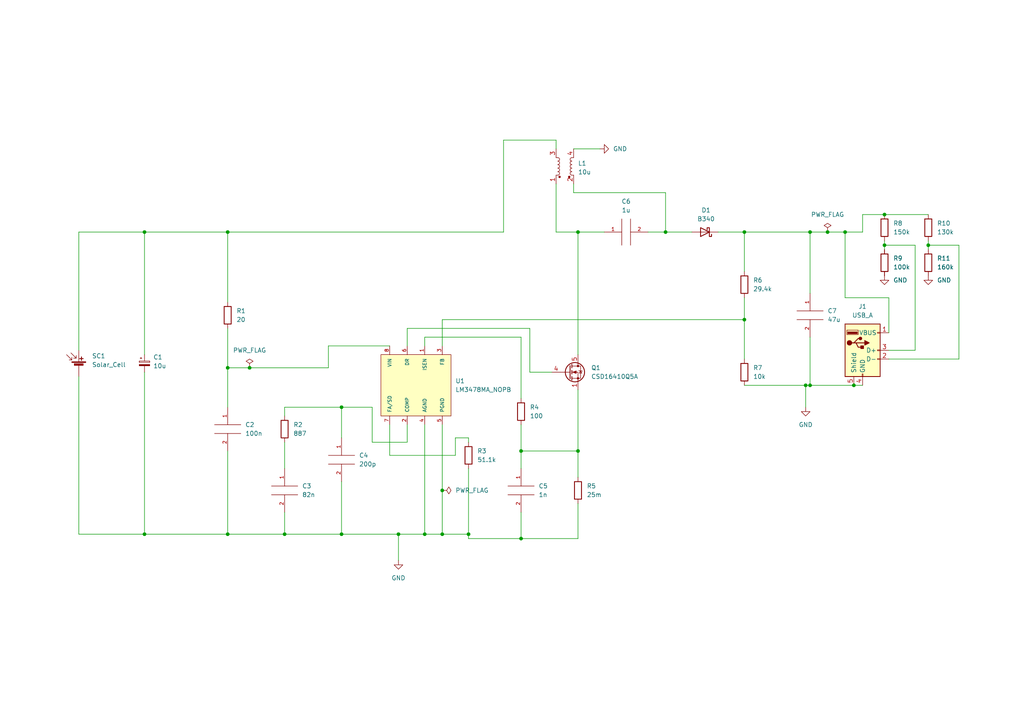
<source format=kicad_sch>
(kicad_sch (version 20211123) (generator eeschema)
  (paper "A4")
  (lib_symbols
    (symbol "Connector:USB_A" (pin_names (offset 1.016))
      (property "Reference" "J" (at -5.08 11.43 0))
      (property "Value" "USB_A" (at -5.08 8.89 0))
      (symbol "USB_A_0_1"
        (rectangle (start -5.08 -7.62) (end 5.08 7.62) (stroke (width 0.254)) (fill (type background)))
        (circle (center -3.81 2.159) (radius 0.635) (stroke (width 0.254)) (fill (type outline)))
        (rectangle (start -1.524 4.826) (end -4.318 5.334) (fill (type outline)))
        (rectangle (start -1.27 4.572) (end -4.572 5.842))
        (circle (center -0.635 3.429) (radius 0.381) (stroke (width 0.254)) (fill (type outline)))
        (rectangle (start -0.127 -7.62) (end 0.127 -6.858))
        (polyline (pts (xy -3.175 2.159) (xy -2.54 2.159) (xy -1.27 3.429) (xy -0.635 3.429)) (stroke (width 0.254)))
        (polyline (pts (xy -2.54 2.159) (xy -1.905 2.159) (xy -1.27 0.889) (xy 0 0.889)) (stroke (width 0.254)))
        (polyline (pts (xy 0.635 2.794) (xy 0.635 1.524) (xy 1.905 2.159) (xy 0.635 2.794)) (stroke (width 0.254)) (fill (type outline)))
        (rectangle (start 0.254 1.27) (end -0.508 0.508) (stroke (width 0.254)) (fill (type outline)))
        (rectangle (start 5.08 -2.667) (end 4.318 -2.413))
        (rectangle (start 5.08 -0.127) (end 4.318 0.127))
        (rectangle (start 5.08 4.953) (end 4.318 5.207))
      )
      (symbol "USB_A_1_1"
        (polyline (pts (xy -1.905 2.159) (xy 0.635 2.159)) (stroke (width 0.254)))
        (pin power_in line (at 7.62 5.08 180) (length 2.54) (name "VBUS") (number "1"))
        (pin bidirectional line (at 7.62 -2.54 180) (length 2.54) (name "D-") (number "2"))
        (pin bidirectional line (at 7.62 0 180) (length 2.54) (name "D+") (number "3"))
        (pin power_in line (at 0 -10.16 90) (length 2.54) (name "GND") (number "4"))
        (pin passive line (at -2.54 -10.16 90) (length 2.54) (name "Shield") (number "5"))
      )
    )
    (symbol "Device:C_Polarized_Small" (pin_numbers hide) (pin_names (offset 0.254) hide)
      (property "Reference" "C" (at 0.254 1.778 0))
      (property "Value" "C_Polarized_Small" (at 0.254 -2.032 0))
      (symbol "C_Polarized_Small_0_1"
        (rectangle (start -1.524 -0.3048) (end 1.524 -0.6858) (fill (type outline)))
        (rectangle (start -1.524 0.6858) (end 1.524 0.3048))
        (polyline (pts (xy -1.27 1.524) (xy -0.762 1.524)))
        (polyline (pts (xy -1.016 1.27) (xy -1.016 1.778)))
      )
      (symbol "C_Polarized_Small_1_1"
        (pin passive line (at 0 2.54 270) (length 1.8542) (name "~") (number "1"))
        (pin passive line (at 0 -2.54 90) (length 1.8542) (name "~") (number "2"))
      )
    )
    (symbol "Device:L_Coupled_1324" (pin_names (offset 0.254) hide)
      (property "Reference" "L" (at 0 4.445 0))
      (property "Value" "L_Coupled_1324" (at 0 -4.445 0))
      (symbol "L_Coupled_1324_0_1"
        (circle (center -3.048 -1.27) (radius 0.254) (fill (type outline)))
        (circle (center -3.048 1.524) (radius 0.254) (fill (type outline)))
        (arc (start -2.54 2.032) (mid -2.032 1.524) (end -1.524 2.032))
        (arc (start -1.524 -2.032) (mid -2.032 -1.524) (end -2.54 -2.032))
        (arc (start -1.524 2.032) (mid -1.016 1.524) (end -0.508 2.032))
        (arc (start -0.508 -2.032) (mid -1.016 -1.524) (end -1.524 -2.032))
        (arc (start -0.508 2.032) (mid 0 1.524) (end 0.508 2.032))
        (polyline (pts (xy -2.54 -2.032) (xy -2.54 -2.54)))
        (polyline (pts (xy -2.54 2.032) (xy -2.54 2.54)))
        (polyline (pts (xy 2.54 -2.032) (xy 2.54 -2.54)))
        (polyline (pts (xy 2.54 2.54) (xy 2.54 2.032)))
        (arc (start 0.508 -2.032) (mid 0 -1.524) (end -0.508 -2.032))
        (arc (start 0.508 2.032) (mid 1.016 1.524) (end 1.524 2.032))
        (arc (start 1.524 -2.032) (mid 1.016 -1.524) (end 0.508 -2.032))
        (arc (start 1.524 2.032) (mid 2.032 1.524) (end 2.54 2.032))
        (arc (start 2.54 -2.032) (mid 2.032 -1.524) (end 1.524 -2.032))
      )
      (symbol "L_Coupled_1324_1_1"
        (pin passive line (at -5.08 2.54 0) (length 2.54) (name "1") (number "1"))
        (pin passive line (at -5.08 -2.54 0) (length 2.54) (name "2") (number "2"))
        (pin passive line (at 5.08 2.54 180) (length 2.54) (name "3") (number "3"))
        (pin passive line (at 5.08 -2.54 180) (length 2.54) (name "4") (number "4"))
      )
    )
    (symbol "Device:R" (pin_numbers hide) (pin_names (offset 0))
      (property "Reference" "R" (at 2.032 0 90))
      (property "Value" "R" (at 0 0 90))
      (symbol "R_0_1"
        (rectangle (start -1.016 -2.54) (end 1.016 2.54) (stroke (width 0.254)))
      )
      (symbol "R_1_1"
        (pin passive line (at 0 3.81 270) (length 1.27) (name "~") (number "1"))
        (pin passive line (at 0 -3.81 90) (length 1.27) (name "~") (number "2"))
      )
    )
    (symbol "Device:Solar_Cell" (pin_numbers hide) (pin_names (offset 0) hide)
      (property "Reference" "SC" (at 2.54 2.54 0))
      (property "Value" "Solar_Cell" (at 2.54 0 0))
      (symbol "Solar_Cell_0_1"
        (rectangle (start -2.032 1.778) (end 2.032 1.524) (fill (type outline)))
        (rectangle (start -1.3208 1.1938) (end 1.27 0.6858) (fill (type outline)))
        (polyline (pts (xy -2.032 2.286) (xy -3.556 3.81)))
        (polyline (pts (xy -0.762 2.794) (xy -2.286 4.318)))
        (polyline (pts (xy 0 0.762) (xy 0 0)))
        (polyline (pts (xy 0 1.778) (xy 0 2.54)))
        (polyline (pts (xy 0.254 2.667) (xy 1.27 2.667)) (stroke (width 0.254)))
        (polyline (pts (xy 0.762 3.175) (xy 0.762 2.159)) (stroke (width 0.254)))
        (polyline (pts (xy -2.032 3.048) (xy -2.032 2.286) (xy -2.794 2.286)))
        (polyline (pts (xy -0.762 3.556) (xy -0.762 2.794) (xy -1.524 2.794)))
      )
      (symbol "Solar_Cell_1_1"
        (pin passive line (at 0 5.08 270) (length 2.54) (name "+") (number "1"))
        (pin passive line (at 0 -2.54 90) (length 2.54) (name "-") (number "2"))
      )
    )
    (symbol "Diode:B340" (pin_numbers hide) (pin_names (offset 1.016) hide)
      (property "Reference" "D" (at 0 2.54 0))
      (property "Value" "B340" (at 0 -2.54 0))
      (symbol "B340_0_1"
        (polyline (pts (xy 1.27 0) (xy -1.27 0)))
        (polyline (pts (xy 1.27 1.27) (xy 1.27 -1.27) (xy -1.27 0) (xy 1.27 1.27)) (stroke (width 0.254)))
        (polyline (pts (xy -1.905 0.635) (xy -1.905 1.27) (xy -1.27 1.27) (xy -1.27 -1.27) (xy -0.635 -1.27) (xy -0.635 -0.635)) (stroke (width 0.254)))
      )
      (symbol "B340_1_1"
        (pin passive line (at -3.81 0 0) (length 2.54) (name "K") (number "1"))
        (pin passive line (at 3.81 0 180) (length 2.54) (name "A") (number "2"))
      )
    )
    (symbol "Transistor_FET:CSD16410Q5A" (pin_names hide)
      (property "Reference" "Q" (at 5.08 1.905 0))
      (property "Value" "CSD16410Q5A" (at 5.08 0 0))
      (symbol "CSD16410Q5A_0_1"
        (polyline (pts (xy 0.254 0) (xy -2.54 0)))
        (polyline (pts (xy 0.254 1.905) (xy 0.254 -1.905)) (stroke (width 0.254)))
        (polyline (pts (xy 0.762 -1.27) (xy 0.762 -2.286)) (stroke (width 0.254)))
        (polyline (pts (xy 0.762 0.508) (xy 0.762 -0.508)) (stroke (width 0.254)))
        (polyline (pts (xy 0.762 2.286) (xy 0.762 1.27)) (stroke (width 0.254)))
        (polyline (pts (xy 2.54 2.54) (xy 2.54 1.778)))
        (polyline (pts (xy 2.54 -2.54) (xy 2.54 0) (xy 0.762 0)))
        (polyline (pts (xy 0.762 -1.778) (xy 3.302 -1.778) (xy 3.302 1.778) (xy 0.762 1.778)))
        (polyline (pts (xy 1.016 0) (xy 2.032 0.381) (xy 2.032 -0.381) (xy 1.016 0)) (fill (type outline)))
        (polyline (pts (xy 2.794 0.508) (xy 2.921 0.381) (xy 3.683 0.381) (xy 3.81 0.254)))
        (polyline (pts (xy 3.302 0.381) (xy 2.921 -0.254) (xy 3.683 -0.254) (xy 3.302 0.381)))
        (circle (center 1.651 0) (radius 2.794) (stroke (width 0.254)))
        (circle (center 2.54 -1.778) (radius 0.254) (fill (type outline)))
        (circle (center 2.54 1.778) (radius 0.254) (fill (type outline)))
      )
      (symbol "CSD16410Q5A_1_1"
        (pin passive line (at 2.54 -5.08 90) (length 2.54) (name "S") (number "1"))
        (pin passive line (at 2.54 -5.08 90) (length 2.54) hide (name "S") (number "2"))
        (pin passive line (at 2.54 -5.08 90) (length 2.54) hide (name "S") (number "3"))
        (pin passive line (at -5.08 0 0) (length 2.54) (name "G") (number "4"))
        (pin passive line (at 2.54 5.08 270) (length 2.54) (name "D") (number "5"))
      )
    )
    (symbol "eec:LM3478MA_NOPB" (pin_names (offset 1.016))
      (property "Reference" "U" (at 0 5.08 0))
      (property "Value" "LM3478MA_NOPB" (at 0 7.62 0))
      (symbol "LM3478MA_NOPB_1_1"
        (rectangle (start 5.08 2.54) (end 22.86 -17.78) (fill (type background)))
        (pin input line (at 25.4 -10.16 180) (length 2.54) (name "ISEN") (number "1"))
        (pin passive line (at 2.54 -5.08 0) (length 2.54) (name "COMP") (number "2"))
        (pin input line (at 25.4 -15.24 180) (length 2.54) (name "FB") (number "3"))
        (pin power_in line (at 2.54 -10.16 0) (length 2.54) (name "AGND") (number "4"))
        (pin power_in line (at 2.54 -15.24 0) (length 2.54) (name "PGND") (number "5"))
        (pin output line (at 25.4 -5.08 180) (length 2.54) (name "DR") (number "6"))
        (pin input line (at 2.54 0 0) (length 2.54) (name "FA/SD") (number "7"))
        (pin power_in line (at 25.4 0 180) (length 2.54) (name "VIN") (number "8"))
      )
    )
    (symbol "power:GND" (power) (pin_names (offset 0))
      (property "Value" "GND" (at 0 -3.81 0))
      (symbol "GND_0_1"
        (polyline (pts (xy 0 0) (xy 0 -1.27) (xy 1.27 -1.27) (xy 0 -2.54) (xy -1.27 -1.27) (xy 0 -1.27)))
      )
      (symbol "GND_1_1"
        (pin power_in line (at 0 0 270) (length 0) hide (name "GND") (number "1"))
      )
    )
    (symbol "power:PWR_FLAG" (power) (pin_numbers hide) (pin_names (offset 0) hide)
      (property "Value" "PWR_FLAG" (at 0 3.81 0))
      (symbol "PWR_FLAG_0_0"
        (pin power_out line (at 0 0 90) (length 0) (name "pwr") (number "1"))
      )
      (symbol "PWR_FLAG_0_1"
        (polyline (pts (xy 0 0) (xy 0 1.27) (xy -1.016 1.905) (xy 0 2.54) (xy 1.016 1.905) (xy 0 1.27)))
      )
    )
    (symbol "pspice:C" (pin_names (offset 0.254))
      (property "Reference" "C" (at 2.54 3.81 90))
      (property "Value" "C" (at 2.54 -3.81 90))
      (symbol "C_0_1"
        (polyline (pts (xy -3.81 -1.27) (xy 3.81 -1.27)))
        (polyline (pts (xy -3.81 1.27) (xy 3.81 1.27)))
      )
      (symbol "C_1_1"
        (pin passive line (at 0 6.35 270) (length 5.08) (name "~") (number "1"))
        (pin passive line (at 0 -6.35 90) (length 5.08) (name "~") (number "2"))
      )
    )
  )
  (junction (at 247.65 111.76))
  (junction (at 215.9 67.31))
  (junction (at 151.13 156.21))
  (junction (at 135.89 154.94))
  (junction (at 240.03 67.31))
  (junction (at 99.06 154.94))
  (junction (at 167.64 130.81))
  (junction (at 66.04 154.94))
  (junction (at 72.39 106.68))
  (junction (at 215.9 92.71))
  (junction (at 234.95 111.76))
  (junction (at 123.19 154.94))
  (junction (at 82.55 154.94))
  (junction (at 128.27 142.24))
  (junction (at 115.57 154.94))
  (junction (at 66.04 67.31))
  (junction (at 128.27 154.94))
  (junction (at 234.95 67.31))
  (junction (at 99.06 118.11))
  (junction (at 245.11 67.31))
  (junction (at 256.54 62.23))
  (junction (at 256.54 71.12))
  (junction (at 233.68 111.76))
  (junction (at 151.13 130.81))
  (junction (at 66.04 106.68))
  (junction (at 41.91 154.94))
  (junction (at 167.64 67.31))
  (junction (at 41.91 67.31))
  (junction (at 269.24 71.12))
  (junction (at 193.04 67.31))
  (wire (pts (xy 256.54 71.12) (xy 265.43 71.12)))
  (wire (pts (xy 66.04 67.31) (xy 146.05 67.31)))
  (wire (pts (xy 99.06 118.11) (xy 107.95 118.11)))
  (wire (pts (xy 118.11 100.33) (xy 118.11 95.25)))
  (wire (pts (xy 215.9 86.36) (xy 215.9 92.71)))
  (wire (pts (xy 41.91 154.94) (xy 66.04 154.94)))
  (wire (pts (xy 153.67 95.25) (xy 153.67 107.95)))
  (wire (pts (xy 128.27 154.94) (xy 135.89 154.94)))
  (wire (pts (xy 128.27 100.33) (xy 128.27 92.71)))
  (wire (pts (xy 22.86 67.31) (xy 41.91 67.31)))
  (wire (pts (xy 72.39 106.68) (xy 66.04 106.68)))
  (wire (pts (xy 187.96 67.31) (xy 193.04 67.31)))
  (wire (pts (xy 99.06 127) (xy 99.06 118.11)))
  (wire (pts (xy 66.04 154.94) (xy 82.55 154.94)))
  (wire (pts (xy 66.04 130.81) (xy 66.04 154.94)))
  (wire (pts (xy 256.54 62.23) (xy 269.24 62.23)))
  (wire (pts (xy 115.57 154.94) (xy 115.57 162.56)))
  (wire (pts (xy 166.37 53.34) (xy 166.37 55.88)))
  (wire (pts (xy 135.89 156.21) (xy 151.13 156.21)))
  (wire (pts (xy 215.9 111.76) (xy 233.68 111.76)))
  (wire (pts (xy 146.05 40.64) (xy 161.29 40.64)))
  (wire (pts (xy 234.95 67.31) (xy 240.03 67.31)))
  (wire (pts (xy 256.54 62.23) (xy 250.19 62.23)))
  (wire (pts (xy 151.13 97.79) (xy 151.13 115.57)))
  (wire (pts (xy 151.13 130.81) (xy 167.64 130.81)))
  (wire (pts (xy 215.9 92.71) (xy 215.9 104.14)))
  (wire (pts (xy 167.64 130.81) (xy 167.64 138.43)))
  (wire (pts (xy 234.95 97.79) (xy 234.95 111.76)))
  (wire (pts (xy 193.04 67.31) (xy 200.66 67.31)))
  (wire (pts (xy 113.03 132.08) (xy 132.08 132.08)))
  (wire (pts (xy 151.13 123.19) (xy 151.13 130.81)))
  (wire (pts (xy 118.11 95.25) (xy 153.67 95.25)))
  (wire (pts (xy 123.19 123.19) (xy 123.19 154.94)))
  (wire (pts (xy 113.03 100.33) (xy 95.25 100.33)))
  (wire (pts (xy 41.91 67.31) (xy 66.04 67.31)))
  (wire (pts (xy 215.9 67.31) (xy 234.95 67.31)))
  (wire (pts (xy 245.11 67.31) (xy 245.11 86.36)))
  (wire (pts (xy 132.08 132.08) (xy 132.08 127)))
  (wire (pts (xy 118.11 128.27) (xy 107.95 128.27)))
  (wire (pts (xy 135.89 154.94) (xy 135.89 156.21)))
  (wire (pts (xy 95.25 106.68) (xy 72.39 106.68)))
  (wire (pts (xy 167.64 156.21) (xy 167.64 146.05)))
  (wire (pts (xy 161.29 67.31) (xy 167.64 67.31)))
  (wire (pts (xy 66.04 106.68) (xy 66.04 118.11)))
  (wire (pts (xy 22.86 154.94) (xy 41.91 154.94)))
  (wire (pts (xy 135.89 127) (xy 135.89 128.27)))
  (wire (pts (xy 153.67 107.95) (xy 160.02 107.95)))
  (wire (pts (xy 245.11 86.36) (xy 257.81 86.36)))
  (wire (pts (xy 82.55 154.94) (xy 82.55 148.59)))
  (wire (pts (xy 151.13 148.59) (xy 151.13 156.21)))
  (wire (pts (xy 128.27 142.24) (xy 128.27 154.94)))
  (wire (pts (xy 278.13 71.12) (xy 278.13 104.14)))
  (wire (pts (xy 250.19 67.31) (xy 245.11 67.31)))
  (wire (pts (xy 123.19 154.94) (xy 128.27 154.94)))
  (wire (pts (xy 257.81 101.6) (xy 265.43 101.6)))
  (wire (pts (xy 161.29 40.64) (xy 161.29 43.18)))
  (wire (pts (xy 118.11 123.19) (xy 118.11 128.27)))
  (wire (pts (xy 240.03 67.31) (xy 245.11 67.31)))
  (wire (pts (xy 123.19 97.79) (xy 151.13 97.79)))
  (wire (pts (xy 167.64 113.03) (xy 167.64 130.81)))
  (wire (pts (xy 265.43 71.12) (xy 265.43 101.6)))
  (wire (pts (xy 115.57 154.94) (xy 123.19 154.94)))
  (wire (pts (xy 107.95 128.27) (xy 107.95 118.11)))
  (wire (pts (xy 247.65 111.76) (xy 250.19 111.76)))
  (wire (pts (xy 233.68 111.76) (xy 234.95 111.76)))
  (wire (pts (xy 256.54 69.85) (xy 256.54 71.12)))
  (wire (pts (xy 234.95 111.76) (xy 247.65 111.76)))
  (wire (pts (xy 193.04 55.88) (xy 193.04 67.31)))
  (wire (pts (xy 233.68 111.76) (xy 233.68 118.11)))
  (wire (pts (xy 257.81 86.36) (xy 257.81 96.52)))
  (wire (pts (xy 41.91 102.87) (xy 41.91 67.31)))
  (wire (pts (xy 123.19 100.33) (xy 123.19 97.79)))
  (wire (pts (xy 234.95 67.31) (xy 234.95 85.09)))
  (wire (pts (xy 99.06 154.94) (xy 115.57 154.94)))
  (wire (pts (xy 269.24 71.12) (xy 278.13 71.12)))
  (wire (pts (xy 146.05 67.31) (xy 146.05 40.64)))
  (wire (pts (xy 167.64 67.31) (xy 175.26 67.31)))
  (wire (pts (xy 135.89 135.89) (xy 135.89 154.94)))
  (wire (pts (xy 250.19 62.23) (xy 250.19 67.31)))
  (wire (pts (xy 151.13 156.21) (xy 167.64 156.21)))
  (wire (pts (xy 128.27 92.71) (xy 215.9 92.71)))
  (wire (pts (xy 151.13 130.81) (xy 151.13 135.89)))
  (wire (pts (xy 82.55 128.27) (xy 82.55 135.89)))
  (wire (pts (xy 208.28 67.31) (xy 215.9 67.31)))
  (wire (pts (xy 82.55 154.94) (xy 99.06 154.94)))
  (wire (pts (xy 95.25 100.33) (xy 95.25 106.68)))
  (wire (pts (xy 82.55 118.11) (xy 82.55 120.65)))
  (wire (pts (xy 22.86 101.6) (xy 22.86 67.31)))
  (wire (pts (xy 41.91 107.95) (xy 41.91 154.94)))
  (wire (pts (xy 166.37 55.88) (xy 193.04 55.88)))
  (wire (pts (xy 132.08 127) (xy 135.89 127)))
  (wire (pts (xy 22.86 109.22) (xy 22.86 154.94)))
  (wire (pts (xy 269.24 71.12) (xy 269.24 72.39)))
  (wire (pts (xy 66.04 87.63) (xy 66.04 67.31)))
  (wire (pts (xy 99.06 154.94) (xy 99.06 139.7)))
  (wire (pts (xy 99.06 118.11) (xy 82.55 118.11)))
  (wire (pts (xy 113.03 123.19) (xy 113.03 132.08)))
  (wire (pts (xy 66.04 95.25) (xy 66.04 106.68)))
  (wire (pts (xy 257.81 104.14) (xy 278.13 104.14)))
  (wire (pts (xy 215.9 67.31) (xy 215.9 78.74)))
  (wire (pts (xy 269.24 69.85) (xy 269.24 71.12)))
  (wire (pts (xy 161.29 53.34) (xy 161.29 67.31)))
  (wire (pts (xy 166.37 43.18) (xy 173.99 43.18)))
  (wire (pts (xy 167.64 102.87) (xy 167.64 67.31)))
  (wire (pts (xy 256.54 71.12) (xy 256.54 72.39)))
  (wire (pts (xy 128.27 123.19) (xy 128.27 142.24)))
  (symbol (lib_id "Device:R") (at 167.64 142.24 0) (unit 1)
    (property "Reference" "R5" (at 170.18 140.9699 0) (effects (justify left)))
    (property "Value" "25m" (at 170.18 143.5099 0) (effects (justify left)))
    (property "Footprint" "Resistor_SMD:R_1206_3216Metric" (effects hide))
    (property "Datasheet" "https://www.seielect.com/catalog/sei-csr_csrn.pdf" (effects hide))
  )
  (symbol (lib_id "power:PWR_FLAG") (at 240.03 67.31 0) (unit 1)
    (property "Reference" "#FLG0103" (effects hide))
    (property "Value" "PWR_FLAG" (at 240.03 62.23 0))
  )
  (symbol (lib_id "power:GND") (at 233.68 118.11 0) (unit 1)
    (property "Reference" "#PWR0103" (effects hide))
    (property "Value" "GND" (at 233.68 123.19 0))
  )
  (symbol (lib_id "pspice:C") (at 99.06 133.35 0) (unit 1)
    (property "Reference" "C4" (at 104.14 132.0799 0) (effects (justify left)))
    (property "Value" "200p" (at 104.14 134.6199 0) (effects (justify left)))
    (property "Footprint" "Capacitor_SMD:C_0805_2012Metric" (effects hide))
    (property "Datasheet" "https://www.yageo.com/upload/media/product/productsearch/datasheet/mlcc/UPY-GPHC_X7R_6.3V-to-50V_20.pdf" (effects hide))
  )
  (symbol (lib_id "Device:R") (at 82.55 124.46 0) (unit 1)
    (property "Reference" "R2" (at 85.09 123.1899 0) (effects (justify left)))
    (property "Value" "887" (at 85.09 125.7299 0) (effects (justify left)))
    (property "Footprint" "Resistor_SMD:R_1206_3216Metric" (effects hide))
    (property "Datasheet" "https://industrial.panasonic.com/cdbs/www-data/pdf/RDA0000/AOA0000C304.pdf" (effects hide))
  )
  (symbol (lib_id "Device:R") (at 256.54 76.2 0) (unit 1)
    (property "Reference" "R9" (at 259.08 74.9299 0) (effects (justify left)))
    (property "Value" "100k" (at 259.08 77.4699 0) (effects (justify left)))
    (property "Footprint" "Resistor_SMD:R_0805_2012Metric" (effects hide))
  )
  (symbol (lib_id "power:GND") (at 173.99 43.18 90) (unit 1)
    (property "Reference" "#PWR0101" (effects hide))
    (property "Value" "GND" (at 177.8 43.1799 90) (effects (justify right)))
  )
  (symbol (lib_id "pspice:C") (at 151.13 142.24 0) (unit 1)
    (property "Reference" "C5" (at 156.21 140.9699 0) (effects (justify left)))
    (property "Value" "1n" (at 156.21 143.5099 0) (effects (justify left)))
    (property "Footprint" "Capacitor_SMD:C_0805_2012Metric" (effects hide))
    (property "Datasheet" "http://www.passivecomponent.com/wp-content/uploads/datasheet/WTC_MLCC_General_Purpose.pdf" (effects hide))
  )
  (symbol (lib_id "power:GND") (at 269.24 80.01 0) (unit 1)
    (property "Reference" "#PWR0105" (effects hide))
    (property "Value" "GND" (at 271.78 81.2799 0) (effects (justify left)))
  )
  (symbol (lib_id "pspice:C") (at 181.61 67.31 90) (unit 1)
    (property "Reference" "C6" (at 181.61 58.42 90))
    (property "Value" "1u" (at 181.61 60.96 90))
    (property "Footprint" "Capacitor_SMD:C_0805_2012Metric" (effects hide))
    (property "Datasheet" "https://search.murata.co.jp/Ceramy/image/img/A01X/G101/ENG/GRM21BR71C105KA01-01.pdf" (effects hide))
  )
  (symbol (lib_id "Device:R") (at 151.13 119.38 0) (unit 1)
    (property "Reference" "R4" (at 153.67 118.1099 0) (effects (justify left)))
    (property "Value" "100" (at 153.67 120.6499 0) (effects (justify left)))
    (property "Footprint" "Resistor_SMD:R_0805_2012Metric" (effects hide))
    (property "Datasheet" "https://www.vishay.com/docs/31010/rcwpm.pdf" (effects hide))
  )
  (symbol (lib_id "Device:R") (at 135.89 132.08 0) (unit 1)
    (property "Reference" "R3" (at 138.43 130.8099 0) (effects (justify left)))
    (property "Value" "51.1k" (at 138.43 133.3499 0) (effects (justify left)))
    (property "Footprint" "Resistor_SMD:R_0805_2012Metric" (effects hide))
    (property "Datasheet" "https://www.yageo.com/upload/media/product/productsearch/datasheet/rchip/PYu-RC_Group_51_RoHS_L_11.pdf" (effects hide))
  )
  (symbol (lib_id "pspice:C") (at 66.04 124.46 0) (unit 1)
    (property "Reference" "C2" (at 71.12 123.1899 0) (effects (justify left)))
    (property "Value" "100n" (at 71.12 125.7299 0) (effects (justify left)))
    (property "Footprint" "Capacitor_SMD:C_0805_2012Metric" (effects hide))
    (property "Datasheet" "https://www.we-online.com/katalog/datasheet/885012207045.pdf" (effects hide))
  )
  (symbol (lib_id "pspice:C") (at 82.55 142.24 0) (unit 1)
    (property "Reference" "C3" (at 87.63 140.9699 0) (effects (justify left)))
    (property "Value" "82n" (at 87.63 143.5099 0) (effects (justify left)))
    (property "Footprint" "Capacitor_SMD:C_0603_1608Metric" (effects hide))
    (property "Datasheet" "https://datasheets.kyocera-avx.com/X7RDielectric.pdf" (effects hide))
  )
  (symbol (lib_id "Device:R") (at 215.9 82.55 0) (unit 1)
    (property "Reference" "R6" (at 218.44 81.2799 0) (effects (justify left)))
    (property "Value" "29.4k" (at 218.44 83.8199 0) (effects (justify left)))
    (property "Footprint" "Resistor_SMD:R_0805_2012Metric" (effects hide))
    (property "Datasheet" "https://industrial.panasonic.com/cdbs/www-data/pdf/RDA0000/AOA0000C304.pdf" (effects hide))
  )
  (symbol (lib_id "Device:R") (at 269.24 66.04 0) (unit 1)
    (property "Reference" "R10" (at 271.78 64.7699 0) (effects (justify left)))
    (property "Value" "130k" (at 271.78 67.3099 0) (effects (justify left)))
    (property "Footprint" "Resistor_SMD:R_0805_2012Metric" (effects hide))
  )
  (symbol (lib_id "Device:C_Polarized_Small") (at 41.91 105.41 0) (unit 1)
    (property "Reference" "C1" (at 44.45 103.5938 0) (effects (justify left)))
    (property "Value" "10u" (at 44.45 106.1338 0) (effects (justify left)))
    (property "Footprint" "Capacitor_SMD:C_1812_4532Metric" (effects hide))
    (property "Datasheet" "https://datasheets.kyocera-avx.com/TPS.pdf" (effects hide))
  )
  (symbol (lib_id "Device:R") (at 269.24 76.2 0) (unit 1)
    (property "Reference" "R11" (at 271.78 74.9299 0) (effects (justify left)))
    (property "Value" "160k" (at 271.78 77.4699 0) (effects (justify left)))
    (property "Footprint" "Resistor_SMD:R_0805_2012Metric" (effects hide))
  )
  (symbol (lib_id "Device:R") (at 215.9 107.95 0) (unit 1)
    (property "Reference" "R7" (at 218.44 106.6799 0) (effects (justify left)))
    (property "Value" "10k" (at 218.44 109.2199 0) (effects (justify left)))
    (property "Footprint" "Resistor_SMD:R_0805_2012Metric" (effects hide))
    (property "Datasheet" "https://www.seielect.com/catalog/sei-rncp.pdf" (effects hide))
  )
  (symbol (lib_id "power:PWR_FLAG") (at 128.27 142.24 270) (unit 1)
    (property "Reference" "#FLG0102" (effects hide))
    (property "Value" "PWR_FLAG" (at 132.08 142.2399 90) (effects (justify left)))
  )
  (symbol (lib_id "power:GND") (at 256.54 80.01 0) (unit 1)
    (property "Reference" "#PWR0104" (effects hide))
    (property "Value" "GND" (at 259.08 81.2799 0) (effects (justify left)))
  )
  (symbol (lib_id "Connector:USB_A") (at 250.19 101.6 0) (unit 1)
    (property "Reference" "J1" (at 250.19 88.9 0))
    (property "Value" "USB_A" (at 250.19 91.44 0))
    (property "Footprint" "Connector_USB:USB_A_Molex_67643_Horizontal" (effects hide))
    (property "Datasheet" "https://www.molex.com/pdm_docs/sd/676430910_sd.pdf" (effects hide))
  )
  (symbol (lib_id "power:PWR_FLAG") (at 72.39 106.68 0) (unit 1)
    (property "Reference" "#FLG0101" (effects hide))
    (property "Value" "PWR_FLAG" (at 72.39 101.6 0))
  )
  (symbol (lib_id "power:GND") (at 115.57 162.56 0) (unit 1)
    (property "Reference" "#PWR0102" (effects hide))
    (property "Value" "GND" (at 115.57 167.64 0))
  )
  (symbol (lib_id "eec:LM3478MA_NOPB") (at 113.03 125.73 90) (unit 1)
    (property "Reference" "U1" (at 132.08 110.4899 90) (effects (justify right)))
    (property "Value" "LM3478MA_NOPB" (at 132.08 113.0299 90) (effects (justify right)))
    (property "Footprint" "Package_SO:SOIC-8_3.9x4.9mm_P1.27mm" (effects hide))
    (property "Datasheet" "https://www.ti.com/lit/ds/symlink/lm3478.pdf?HQS=dis-dk-null-digikeymode-dsf-pf-null-wwe&ts=1650897283499&ref_url=https%253A%252F%252Fwww.ti.com%252Fgeneral%252Fdocs%252Fsuppproductinfo.tsp%253FdistId%253D10%2526gotoUrl%253Dhttps%253A%252F%252Fwww.ti.com%252Flit%252Fgpn%252Flm3478" (effects hide))
    (property "Code  IPC" "SOIC127P600-8" (effects hide))
    (property "Code  JEDEC" "MS-012-AA" (effects hide))
    (property "Comp Type" "MiscPower" (effects hide))
    (property "Component Link 1 Description" "Datasheet URL" (effects hide))
    (property "Component Link 1 URL" "http://www.ti.com/general/docs/lit/getliterature.tsp?genericPartNumber=LM3478&fileType=pdf" (effects hide))
    (property "High  Reliability" "Y" (effects hide))
    (property "Package Description" "SOIC Narrow, 4.9 x 3.9 x 1.45mm, 8 Lead, 1.27mm Pitch" (effects hide))
    (property "Package Top Marking" "NSZXTT*L3478*MA" (effects hide))
    (property "Pin Count" "8" (effects hide))
    (property "Power Wise" "N" (effects hide))
    (property "category" "IC" (effects hide))
    (property "ciiva ids" "1476363" (effects hide))
    (property "library id" "5b2af8facd9a6c1e" (effects hide))
    (property "manufacturer" "Texas Instruments" (effects hide))
    (property "package" "D0008A" (effects hide))
    (property "release date" "1464093499" (effects hide))
    (property "rohs" "Yes" (effects hide))
    (property "vault revision" "9832135E-4D35-4858-BAD6-38396113CEAB" (effects hide))
    (property "imported" "yes" (effects hide))
  )
  (symbol (lib_id "Device:R") (at 66.04 91.44 0) (unit 1)
    (property "Reference" "R1" (at 68.58 90.1699 0) (effects (justify left)))
    (property "Value" "20" (at 68.58 92.7099 0) (effects (justify left)))
    (property "Footprint" "Resistor_SMD:R_0603_1608Metric" (effects hide))
    (property "Datasheet" "https://www.vishay.com/docs/20035/dcrcwe3.pdf" (effects hide))
  )
  (symbol (lib_id "Device:R") (at 256.54 66.04 0) (unit 1)
    (property "Reference" "R8" (at 259.08 64.7699 0) (effects (justify left)))
    (property "Value" "150k" (at 259.08 67.3099 0) (effects (justify left)))
    (property "Footprint" "Resistor_SMD:R_0805_2012Metric" (effects hide))
  )
  (symbol (lib_id "Device:L_Coupled_1324") (at 163.83 48.26 90) (unit 1)
    (property "Reference" "L1" (at 167.64 47.3709 90) (effects (justify right)))
    (property "Value" "10u" (at 167.64 49.9109 90) (effects (justify right)))
    (property "Footprint" "SolarChargelibrary:DRQ" (effects hide))
    (property "Datasheet" "https://www.eaton.com/content/dam/eaton/products/electronic-components/resources/data-sheet/eaton-drq-shielded-drum-core-power-inductors-data-sheet.pdf" (effects hide))
  )
  (symbol (lib_id "Transistor_FET:CSD16410Q5A") (at 165.1 107.95 0) (unit 1)
    (property "Reference" "Q1" (at 171.45 106.6799 0) (effects (justify left)))
    (property "Value" "CSD16410Q5A" (at 171.45 109.2199 0) (effects (justify left)))
    (property "Footprint" "Package_TO_SOT_SMD:TDSON-8-1" (effects hide))
    (property "Datasheet" "http://www.ti.com/lit/gpn/csd16410q5a" (effects hide))
  )
  (symbol (lib_id "pspice:C") (at 234.95 91.44 0) (unit 1)
    (property "Reference" "C7" (at 240.03 90.1699 0) (effects (justify left)))
    (property "Value" "47u" (at 240.03 92.7099 0) (effects (justify left)))
    (property "Footprint" "Capacitor_SMD:C_1206_3216Metric" (effects hide))
    (property "Datasheet" "https://search.murata.co.jp/Ceramy/image/img/A01X/G101/ENG/GRM31CR61A476KE15-01.pdf" (effects hide))
  )
  (symbol (lib_id "Diode:B340") (at 204.47 67.31 180) (unit 1)
    (property "Reference" "D1" (at 204.7875 60.96 0))
    (property "Value" "B340" (at 204.7875 63.5 0))
    (property "Footprint" "Diode_SMD:D_SMC" (effects hide))
    (property "Datasheet" "https://www.digikey.com/en/products/detail/diodes-incorporated/B340B-13-F/768869" (effects hide))
  )
  (symbol (lib_id "Device:Solar_Cell") (at 22.86 106.68 0) (unit 1)
    (property "Reference" "SC1" (at 26.67 103.2509 0) (effects (justify left)))
    (property "Value" "Solar_Cell" (at 26.67 105.7909 0) (effects (justify left)))
    (property "Footprint" "SolarChargelibrary:SIP-2" (effects hide))
  )
)
</source>
